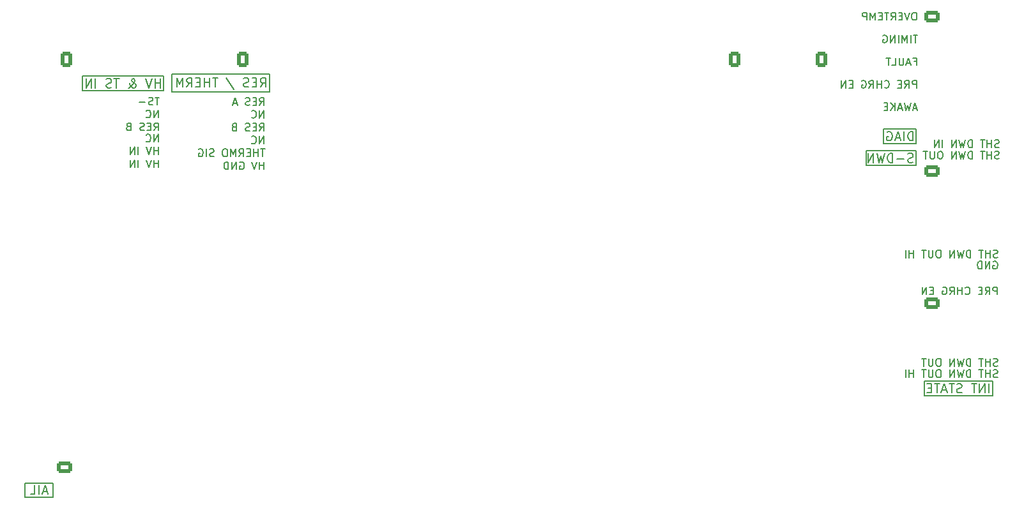
<source format=gbo>
%TF.GenerationSoftware,KiCad,Pcbnew,(6.0.5)*%
%TF.CreationDate,2022-06-14T16:38:24+01:00*%
%TF.ProjectId,precharge,70726563-6861-4726-9765-2e6b69636164,rev?*%
%TF.SameCoordinates,Original*%
%TF.FileFunction,Legend,Bot*%
%TF.FilePolarity,Positive*%
%FSLAX46Y46*%
G04 Gerber Fmt 4.6, Leading zero omitted, Abs format (unit mm)*
G04 Created by KiCad (PCBNEW (6.0.5)) date 2022-06-14 16:38:24*
%MOMM*%
%LPD*%
G01*
G04 APERTURE LIST*
G04 Aperture macros list*
%AMRoundRect*
0 Rectangle with rounded corners*
0 $1 Rounding radius*
0 $2 $3 $4 $5 $6 $7 $8 $9 X,Y pos of 4 corners*
0 Add a 4 corners polygon primitive as box body*
4,1,4,$2,$3,$4,$5,$6,$7,$8,$9,$2,$3,0*
0 Add four circle primitives for the rounded corners*
1,1,$1+$1,$2,$3*
1,1,$1+$1,$4,$5*
1,1,$1+$1,$6,$7*
1,1,$1+$1,$8,$9*
0 Add four rect primitives between the rounded corners*
20,1,$1+$1,$2,$3,$4,$5,0*
20,1,$1+$1,$4,$5,$6,$7,0*
20,1,$1+$1,$6,$7,$8,$9,0*
20,1,$1+$1,$8,$9,$2,$3,0*%
G04 Aperture macros list end*
%ADD10C,0.150000*%
%ADD11C,0.200000*%
%ADD12C,1.700000*%
%ADD13O,1.500000X2.020000*%
%ADD14RoundRect,0.250001X-0.499999X-0.759999X0.499999X-0.759999X0.499999X0.759999X-0.499999X0.759999X0*%
%ADD15C,3.000000*%
%ADD16O,2.020000X1.500000*%
%ADD17RoundRect,0.250001X-0.759999X0.499999X-0.759999X-0.499999X0.759999X-0.499999X0.759999X0.499999X0*%
%ADD18R,1.600000X1.600000*%
%ADD19C,1.600000*%
%ADD20R,2.300000X2.300000*%
%ADD21C,2.500000*%
%ADD22C,2.300000*%
%ADD23C,2.800000*%
%ADD24C,3.200000*%
%ADD25RoundRect,0.250001X0.759999X-0.499999X0.759999X0.499999X-0.759999X0.499999X-0.759999X-0.499999X0*%
%ADD26O,1.600000X1.600000*%
G04 APERTURE END LIST*
D10*
X131900000Y-89900000D02*
X142700000Y-89900000D01*
X142700000Y-89900000D02*
X142700000Y-88000000D01*
X142700000Y-88000000D02*
X131900000Y-88000000D01*
X131900000Y-88000000D02*
X131900000Y-89900000D01*
X143800000Y-90100000D02*
X156700000Y-90100000D01*
X156700000Y-90100000D02*
X156700000Y-87700000D01*
X156700000Y-87700000D02*
X143800000Y-87700000D01*
X143800000Y-87700000D02*
X143800000Y-90100000D01*
X238100000Y-96900000D02*
X242400000Y-96900000D01*
X242400000Y-96900000D02*
X242400000Y-95000000D01*
X242400000Y-95000000D02*
X238100000Y-95000000D01*
X238100000Y-95000000D02*
X238100000Y-96900000D01*
X243500000Y-130350000D02*
X252600000Y-130350000D01*
X252600000Y-130350000D02*
X252600000Y-128450000D01*
X252600000Y-128450000D02*
X243500000Y-128450000D01*
X243500000Y-128450000D02*
X243500000Y-130350000D01*
X235800000Y-99800000D02*
X242400000Y-99800000D01*
X242400000Y-99800000D02*
X242400000Y-97900000D01*
X242400000Y-97900000D02*
X235800000Y-97900000D01*
X235800000Y-97900000D02*
X235800000Y-99800000D01*
X124300000Y-143850000D02*
X128000000Y-143850000D01*
X128000000Y-143850000D02*
X128000000Y-141950000D01*
X128000000Y-141950000D02*
X124300000Y-141950000D01*
X124300000Y-141950000D02*
X124300000Y-143850000D01*
X156107261Y-97652380D02*
X155535833Y-97652380D01*
X155821547Y-98652380D02*
X155821547Y-97652380D01*
X155202500Y-98652380D02*
X155202500Y-97652380D01*
X155202500Y-98128571D02*
X154631071Y-98128571D01*
X154631071Y-98652380D02*
X154631071Y-97652380D01*
X154154880Y-98128571D02*
X153821547Y-98128571D01*
X153678690Y-98652380D02*
X154154880Y-98652380D01*
X154154880Y-97652380D01*
X153678690Y-97652380D01*
X152678690Y-98652380D02*
X153012023Y-98176190D01*
X153250119Y-98652380D02*
X153250119Y-97652380D01*
X152869166Y-97652380D01*
X152773928Y-97700000D01*
X152726309Y-97747619D01*
X152678690Y-97842857D01*
X152678690Y-97985714D01*
X152726309Y-98080952D01*
X152773928Y-98128571D01*
X152869166Y-98176190D01*
X153250119Y-98176190D01*
X152250119Y-98652380D02*
X152250119Y-97652380D01*
X151916785Y-98366666D01*
X151583452Y-97652380D01*
X151583452Y-98652380D01*
X150916785Y-97652380D02*
X150726309Y-97652380D01*
X150631071Y-97700000D01*
X150535833Y-97795238D01*
X150488214Y-97985714D01*
X150488214Y-98319047D01*
X150535833Y-98509523D01*
X150631071Y-98604761D01*
X150726309Y-98652380D01*
X150916785Y-98652380D01*
X151012023Y-98604761D01*
X151107261Y-98509523D01*
X151154880Y-98319047D01*
X151154880Y-97985714D01*
X151107261Y-97795238D01*
X151012023Y-97700000D01*
X150916785Y-97652380D01*
X149345357Y-98604761D02*
X149202500Y-98652380D01*
X148964404Y-98652380D01*
X148869166Y-98604761D01*
X148821547Y-98557142D01*
X148773928Y-98461904D01*
X148773928Y-98366666D01*
X148821547Y-98271428D01*
X148869166Y-98223809D01*
X148964404Y-98176190D01*
X149154880Y-98128571D01*
X149250119Y-98080952D01*
X149297738Y-98033333D01*
X149345357Y-97938095D01*
X149345357Y-97842857D01*
X149297738Y-97747619D01*
X149250119Y-97700000D01*
X149154880Y-97652380D01*
X148916785Y-97652380D01*
X148773928Y-97700000D01*
X148345357Y-98652380D02*
X148345357Y-97652380D01*
X147345357Y-97700000D02*
X147440595Y-97652380D01*
X147583452Y-97652380D01*
X147726309Y-97700000D01*
X147821547Y-97795238D01*
X147869166Y-97890476D01*
X147916785Y-98080952D01*
X147916785Y-98223809D01*
X147869166Y-98414285D01*
X147821547Y-98509523D01*
X147726309Y-98604761D01*
X147583452Y-98652380D01*
X147488214Y-98652380D01*
X147345357Y-98604761D01*
X147297738Y-98557142D01*
X147297738Y-98223809D01*
X147488214Y-98223809D01*
X242273928Y-79552380D02*
X242083452Y-79552380D01*
X241988214Y-79600000D01*
X241892976Y-79695238D01*
X241845357Y-79885714D01*
X241845357Y-80219047D01*
X241892976Y-80409523D01*
X241988214Y-80504761D01*
X242083452Y-80552380D01*
X242273928Y-80552380D01*
X242369166Y-80504761D01*
X242464404Y-80409523D01*
X242512023Y-80219047D01*
X242512023Y-79885714D01*
X242464404Y-79695238D01*
X242369166Y-79600000D01*
X242273928Y-79552380D01*
X241559642Y-79552380D02*
X241226309Y-80552380D01*
X240892976Y-79552380D01*
X240559642Y-80028571D02*
X240226309Y-80028571D01*
X240083452Y-80552380D02*
X240559642Y-80552380D01*
X240559642Y-79552380D01*
X240083452Y-79552380D01*
X239083452Y-80552380D02*
X239416785Y-80076190D01*
X239654880Y-80552380D02*
X239654880Y-79552380D01*
X239273928Y-79552380D01*
X239178690Y-79600000D01*
X239131071Y-79647619D01*
X239083452Y-79742857D01*
X239083452Y-79885714D01*
X239131071Y-79980952D01*
X239178690Y-80028571D01*
X239273928Y-80076190D01*
X239654880Y-80076190D01*
X238797738Y-79552380D02*
X238226309Y-79552380D01*
X238512023Y-80552380D02*
X238512023Y-79552380D01*
X237892976Y-80028571D02*
X237559642Y-80028571D01*
X237416785Y-80552380D02*
X237892976Y-80552380D01*
X237892976Y-79552380D01*
X237416785Y-79552380D01*
X236988214Y-80552380D02*
X236988214Y-79552380D01*
X236654880Y-80266666D01*
X236321547Y-79552380D01*
X236321547Y-80552380D01*
X235845357Y-80552380D02*
X235845357Y-79552380D01*
X235464404Y-79552380D01*
X235369166Y-79600000D01*
X235321547Y-79647619D01*
X235273928Y-79742857D01*
X235273928Y-79885714D01*
X235321547Y-79980952D01*
X235369166Y-80028571D01*
X235464404Y-80076190D01*
X235845357Y-80076190D01*
X252640595Y-112600000D02*
X252735833Y-112552380D01*
X252878690Y-112552380D01*
X253021547Y-112600000D01*
X253116785Y-112695238D01*
X253164404Y-112790476D01*
X253212023Y-112980952D01*
X253212023Y-113123809D01*
X253164404Y-113314285D01*
X253116785Y-113409523D01*
X253021547Y-113504761D01*
X252878690Y-113552380D01*
X252783452Y-113552380D01*
X252640595Y-113504761D01*
X252592976Y-113457142D01*
X252592976Y-113123809D01*
X252783452Y-113123809D01*
X252164404Y-113552380D02*
X252164404Y-112552380D01*
X251592976Y-113552380D01*
X251592976Y-112552380D01*
X251116785Y-113552380D02*
X251116785Y-112552380D01*
X250878690Y-112552380D01*
X250735833Y-112600000D01*
X250640595Y-112695238D01*
X250592976Y-112790476D01*
X250545357Y-112980952D01*
X250545357Y-113123809D01*
X250592976Y-113314285D01*
X250640595Y-113409523D01*
X250735833Y-113504761D01*
X250878690Y-113552380D01*
X251116785Y-113552380D01*
X141964404Y-100102380D02*
X141964404Y-99102380D01*
X141964404Y-99578571D02*
X141392976Y-99578571D01*
X141392976Y-100102380D02*
X141392976Y-99102380D01*
X141059642Y-99102380D02*
X140726309Y-100102380D01*
X140392976Y-99102380D01*
X139297738Y-100102380D02*
X139297738Y-99102380D01*
X138821547Y-100102380D02*
X138821547Y-99102380D01*
X138250119Y-100102380D01*
X138250119Y-99102380D01*
X253212023Y-127904761D02*
X253069166Y-127952380D01*
X252831071Y-127952380D01*
X252735833Y-127904761D01*
X252688214Y-127857142D01*
X252640595Y-127761904D01*
X252640595Y-127666666D01*
X252688214Y-127571428D01*
X252735833Y-127523809D01*
X252831071Y-127476190D01*
X253021547Y-127428571D01*
X253116785Y-127380952D01*
X253164404Y-127333333D01*
X253212023Y-127238095D01*
X253212023Y-127142857D01*
X253164404Y-127047619D01*
X253116785Y-127000000D01*
X253021547Y-126952380D01*
X252783452Y-126952380D01*
X252640595Y-127000000D01*
X252212023Y-127952380D02*
X252212023Y-126952380D01*
X252212023Y-127428571D02*
X251640595Y-127428571D01*
X251640595Y-127952380D02*
X251640595Y-126952380D01*
X251307261Y-126952380D02*
X250735833Y-126952380D01*
X251021547Y-127952380D02*
X251021547Y-126952380D01*
X249640595Y-127952380D02*
X249640595Y-126952380D01*
X249402500Y-126952380D01*
X249259642Y-127000000D01*
X249164404Y-127095238D01*
X249116785Y-127190476D01*
X249069166Y-127380952D01*
X249069166Y-127523809D01*
X249116785Y-127714285D01*
X249164404Y-127809523D01*
X249259642Y-127904761D01*
X249402500Y-127952380D01*
X249640595Y-127952380D01*
X248735833Y-126952380D02*
X248497738Y-127952380D01*
X248307261Y-127238095D01*
X248116785Y-127952380D01*
X247878690Y-126952380D01*
X247497738Y-127952380D02*
X247497738Y-126952380D01*
X246926309Y-127952380D01*
X246926309Y-126952380D01*
X245497738Y-126952380D02*
X245307261Y-126952380D01*
X245212023Y-127000000D01*
X245116785Y-127095238D01*
X245069166Y-127285714D01*
X245069166Y-127619047D01*
X245116785Y-127809523D01*
X245212023Y-127904761D01*
X245307261Y-127952380D01*
X245497738Y-127952380D01*
X245592976Y-127904761D01*
X245688214Y-127809523D01*
X245735833Y-127619047D01*
X245735833Y-127285714D01*
X245688214Y-127095238D01*
X245592976Y-127000000D01*
X245497738Y-126952380D01*
X244640595Y-126952380D02*
X244640595Y-127761904D01*
X244592976Y-127857142D01*
X244545357Y-127904761D01*
X244450119Y-127952380D01*
X244259642Y-127952380D01*
X244164404Y-127904761D01*
X244116785Y-127857142D01*
X244069166Y-127761904D01*
X244069166Y-126952380D01*
X243735833Y-126952380D02*
X243164404Y-126952380D01*
X243450119Y-127952380D02*
X243450119Y-126952380D01*
X242069166Y-127952380D02*
X242069166Y-126952380D01*
X242069166Y-127428571D02*
X241497738Y-127428571D01*
X241497738Y-127952380D02*
X241497738Y-126952380D01*
X241021547Y-127952380D02*
X241021547Y-126952380D01*
X155964404Y-96952380D02*
X155964404Y-95952380D01*
X155392976Y-96952380D01*
X155392976Y-95952380D01*
X154345357Y-96857142D02*
X154392976Y-96904761D01*
X154535833Y-96952380D01*
X154631071Y-96952380D01*
X154773928Y-96904761D01*
X154869166Y-96809523D01*
X154916785Y-96714285D01*
X154964404Y-96523809D01*
X154964404Y-96380952D01*
X154916785Y-96190476D01*
X154869166Y-96095238D01*
X154773928Y-96000000D01*
X154631071Y-95952380D01*
X154535833Y-95952380D01*
X154392976Y-96000000D01*
X154345357Y-96047619D01*
X242512023Y-92266666D02*
X242035833Y-92266666D01*
X242607261Y-92552380D02*
X242273928Y-91552380D01*
X241940595Y-92552380D01*
X241702500Y-91552380D02*
X241464404Y-92552380D01*
X241273928Y-91838095D01*
X241083452Y-92552380D01*
X240845357Y-91552380D01*
X240512023Y-92266666D02*
X240035833Y-92266666D01*
X240607261Y-92552380D02*
X240273928Y-91552380D01*
X239940595Y-92552380D01*
X239607261Y-92552380D02*
X239607261Y-91552380D01*
X239035833Y-92552380D02*
X239464404Y-91980952D01*
X239035833Y-91552380D02*
X239607261Y-92123809D01*
X238607261Y-92028571D02*
X238273928Y-92028571D01*
X238131071Y-92552380D02*
X238607261Y-92552380D01*
X238607261Y-91552380D01*
X238131071Y-91552380D01*
X253412023Y-98904761D02*
X253269166Y-98952380D01*
X253031071Y-98952380D01*
X252935833Y-98904761D01*
X252888214Y-98857142D01*
X252840595Y-98761904D01*
X252840595Y-98666666D01*
X252888214Y-98571428D01*
X252935833Y-98523809D01*
X253031071Y-98476190D01*
X253221547Y-98428571D01*
X253316785Y-98380952D01*
X253364404Y-98333333D01*
X253412023Y-98238095D01*
X253412023Y-98142857D01*
X253364404Y-98047619D01*
X253316785Y-98000000D01*
X253221547Y-97952380D01*
X252983452Y-97952380D01*
X252840595Y-98000000D01*
X252412023Y-98952380D02*
X252412023Y-97952380D01*
X252412023Y-98428571D02*
X251840595Y-98428571D01*
X251840595Y-98952380D02*
X251840595Y-97952380D01*
X251507261Y-97952380D02*
X250935833Y-97952380D01*
X251221547Y-98952380D02*
X251221547Y-97952380D01*
X249840595Y-98952380D02*
X249840595Y-97952380D01*
X249602500Y-97952380D01*
X249459642Y-98000000D01*
X249364404Y-98095238D01*
X249316785Y-98190476D01*
X249269166Y-98380952D01*
X249269166Y-98523809D01*
X249316785Y-98714285D01*
X249364404Y-98809523D01*
X249459642Y-98904761D01*
X249602500Y-98952380D01*
X249840595Y-98952380D01*
X248935833Y-97952380D02*
X248697738Y-98952380D01*
X248507261Y-98238095D01*
X248316785Y-98952380D01*
X248078690Y-97952380D01*
X247697738Y-98952380D02*
X247697738Y-97952380D01*
X247126309Y-98952380D01*
X247126309Y-97952380D01*
X245697738Y-97952380D02*
X245507261Y-97952380D01*
X245412023Y-98000000D01*
X245316785Y-98095238D01*
X245269166Y-98285714D01*
X245269166Y-98619047D01*
X245316785Y-98809523D01*
X245412023Y-98904761D01*
X245507261Y-98952380D01*
X245697738Y-98952380D01*
X245792976Y-98904761D01*
X245888214Y-98809523D01*
X245935833Y-98619047D01*
X245935833Y-98285714D01*
X245888214Y-98095238D01*
X245792976Y-98000000D01*
X245697738Y-97952380D01*
X244840595Y-97952380D02*
X244840595Y-98761904D01*
X244792976Y-98857142D01*
X244745357Y-98904761D01*
X244650119Y-98952380D01*
X244459642Y-98952380D01*
X244364404Y-98904761D01*
X244316785Y-98857142D01*
X244269166Y-98761904D01*
X244269166Y-97952380D01*
X243935833Y-97952380D02*
X243364404Y-97952380D01*
X243650119Y-98952380D02*
X243650119Y-97952380D01*
X141964404Y-96702380D02*
X141964404Y-95702380D01*
X141392976Y-96702380D01*
X141392976Y-95702380D01*
X140345357Y-96607142D02*
X140392976Y-96654761D01*
X140535833Y-96702380D01*
X140631071Y-96702380D01*
X140773928Y-96654761D01*
X140869166Y-96559523D01*
X140916785Y-96464285D01*
X140964404Y-96273809D01*
X140964404Y-96130952D01*
X140916785Y-95940476D01*
X140869166Y-95845238D01*
X140773928Y-95750000D01*
X140631071Y-95702380D01*
X140535833Y-95702380D01*
X140392976Y-95750000D01*
X140345357Y-95797619D01*
D11*
X252085714Y-129992857D02*
X252085714Y-128792857D01*
X251514285Y-129992857D02*
X251514285Y-128792857D01*
X250828571Y-129992857D01*
X250828571Y-128792857D01*
X250428571Y-128792857D02*
X249742857Y-128792857D01*
X250085714Y-129992857D02*
X250085714Y-128792857D01*
X248485714Y-129935714D02*
X248314285Y-129992857D01*
X248028571Y-129992857D01*
X247914285Y-129935714D01*
X247857142Y-129878571D01*
X247800000Y-129764285D01*
X247800000Y-129650000D01*
X247857142Y-129535714D01*
X247914285Y-129478571D01*
X248028571Y-129421428D01*
X248257142Y-129364285D01*
X248371428Y-129307142D01*
X248428571Y-129250000D01*
X248485714Y-129135714D01*
X248485714Y-129021428D01*
X248428571Y-128907142D01*
X248371428Y-128850000D01*
X248257142Y-128792857D01*
X247971428Y-128792857D01*
X247800000Y-128850000D01*
X247457142Y-128792857D02*
X246771428Y-128792857D01*
X247114285Y-129992857D02*
X247114285Y-128792857D01*
X246428571Y-129650000D02*
X245857142Y-129650000D01*
X246542857Y-129992857D02*
X246142857Y-128792857D01*
X245742857Y-129992857D01*
X245514285Y-128792857D02*
X244828571Y-128792857D01*
X245171428Y-129992857D02*
X245171428Y-128792857D01*
X244428571Y-129364285D02*
X244028571Y-129364285D01*
X243857142Y-129992857D02*
X244428571Y-129992857D01*
X244428571Y-128792857D01*
X243857142Y-128792857D01*
X142214285Y-89542857D02*
X142214285Y-88342857D01*
X142214285Y-88914285D02*
X141528571Y-88914285D01*
X141528571Y-89542857D02*
X141528571Y-88342857D01*
X141128571Y-88342857D02*
X140728571Y-89542857D01*
X140328571Y-88342857D01*
X138042857Y-89542857D02*
X138100000Y-89542857D01*
X138214285Y-89485714D01*
X138385714Y-89314285D01*
X138671428Y-88971428D01*
X138785714Y-88800000D01*
X138842857Y-88628571D01*
X138842857Y-88514285D01*
X138785714Y-88400000D01*
X138671428Y-88342857D01*
X138614285Y-88342857D01*
X138500000Y-88400000D01*
X138442857Y-88514285D01*
X138442857Y-88571428D01*
X138500000Y-88685714D01*
X138557142Y-88742857D01*
X138900000Y-88971428D01*
X138957142Y-89028571D01*
X139014285Y-89142857D01*
X139014285Y-89314285D01*
X138957142Y-89428571D01*
X138900000Y-89485714D01*
X138785714Y-89542857D01*
X138614285Y-89542857D01*
X138500000Y-89485714D01*
X138442857Y-89428571D01*
X138271428Y-89200000D01*
X138214285Y-89028571D01*
X138214285Y-88914285D01*
X136785714Y-88342857D02*
X136100000Y-88342857D01*
X136442857Y-89542857D02*
X136442857Y-88342857D01*
X135757142Y-89485714D02*
X135585714Y-89542857D01*
X135300000Y-89542857D01*
X135185714Y-89485714D01*
X135128571Y-89428571D01*
X135071428Y-89314285D01*
X135071428Y-89200000D01*
X135128571Y-89085714D01*
X135185714Y-89028571D01*
X135300000Y-88971428D01*
X135528571Y-88914285D01*
X135642857Y-88857142D01*
X135700000Y-88800000D01*
X135757142Y-88685714D01*
X135757142Y-88571428D01*
X135700000Y-88457142D01*
X135642857Y-88400000D01*
X135528571Y-88342857D01*
X135242857Y-88342857D01*
X135071428Y-88400000D01*
X133642857Y-89542857D02*
X133642857Y-88342857D01*
X133071428Y-89542857D02*
X133071428Y-88342857D01*
X132385714Y-89542857D01*
X132385714Y-88342857D01*
D10*
X141964404Y-98402380D02*
X141964404Y-97402380D01*
X141964404Y-97878571D02*
X141392976Y-97878571D01*
X141392976Y-98402380D02*
X141392976Y-97402380D01*
X141059642Y-97402380D02*
X140726309Y-98402380D01*
X140392976Y-97402380D01*
X139297738Y-98402380D02*
X139297738Y-97402380D01*
X138821547Y-98402380D02*
X138821547Y-97402380D01*
X138250119Y-98402380D01*
X138250119Y-97402380D01*
X155392976Y-95252380D02*
X155726309Y-94776190D01*
X155964404Y-95252380D02*
X155964404Y-94252380D01*
X155583452Y-94252380D01*
X155488214Y-94300000D01*
X155440595Y-94347619D01*
X155392976Y-94442857D01*
X155392976Y-94585714D01*
X155440595Y-94680952D01*
X155488214Y-94728571D01*
X155583452Y-94776190D01*
X155964404Y-94776190D01*
X154964404Y-94728571D02*
X154631071Y-94728571D01*
X154488214Y-95252380D02*
X154964404Y-95252380D01*
X154964404Y-94252380D01*
X154488214Y-94252380D01*
X154107261Y-95204761D02*
X153964404Y-95252380D01*
X153726309Y-95252380D01*
X153631071Y-95204761D01*
X153583452Y-95157142D01*
X153535833Y-95061904D01*
X153535833Y-94966666D01*
X153583452Y-94871428D01*
X153631071Y-94823809D01*
X153726309Y-94776190D01*
X153916785Y-94728571D01*
X154012023Y-94680952D01*
X154059642Y-94633333D01*
X154107261Y-94538095D01*
X154107261Y-94442857D01*
X154059642Y-94347619D01*
X154012023Y-94300000D01*
X153916785Y-94252380D01*
X153678690Y-94252380D01*
X153535833Y-94300000D01*
X152012023Y-94728571D02*
X151869166Y-94776190D01*
X151821547Y-94823809D01*
X151773928Y-94919047D01*
X151773928Y-95061904D01*
X151821547Y-95157142D01*
X151869166Y-95204761D01*
X151964404Y-95252380D01*
X152345357Y-95252380D01*
X152345357Y-94252380D01*
X152012023Y-94252380D01*
X151916785Y-94300000D01*
X151869166Y-94347619D01*
X151821547Y-94442857D01*
X151821547Y-94538095D01*
X151869166Y-94633333D01*
X151916785Y-94680952D01*
X152012023Y-94728571D01*
X152345357Y-94728571D01*
X253212023Y-126404761D02*
X253069166Y-126452380D01*
X252831071Y-126452380D01*
X252735833Y-126404761D01*
X252688214Y-126357142D01*
X252640595Y-126261904D01*
X252640595Y-126166666D01*
X252688214Y-126071428D01*
X252735833Y-126023809D01*
X252831071Y-125976190D01*
X253021547Y-125928571D01*
X253116785Y-125880952D01*
X253164404Y-125833333D01*
X253212023Y-125738095D01*
X253212023Y-125642857D01*
X253164404Y-125547619D01*
X253116785Y-125500000D01*
X253021547Y-125452380D01*
X252783452Y-125452380D01*
X252640595Y-125500000D01*
X252212023Y-126452380D02*
X252212023Y-125452380D01*
X252212023Y-125928571D02*
X251640595Y-125928571D01*
X251640595Y-126452380D02*
X251640595Y-125452380D01*
X251307261Y-125452380D02*
X250735833Y-125452380D01*
X251021547Y-126452380D02*
X251021547Y-125452380D01*
X249640595Y-126452380D02*
X249640595Y-125452380D01*
X249402500Y-125452380D01*
X249259642Y-125500000D01*
X249164404Y-125595238D01*
X249116785Y-125690476D01*
X249069166Y-125880952D01*
X249069166Y-126023809D01*
X249116785Y-126214285D01*
X249164404Y-126309523D01*
X249259642Y-126404761D01*
X249402500Y-126452380D01*
X249640595Y-126452380D01*
X248735833Y-125452380D02*
X248497738Y-126452380D01*
X248307261Y-125738095D01*
X248116785Y-126452380D01*
X247878690Y-125452380D01*
X247497738Y-126452380D02*
X247497738Y-125452380D01*
X246926309Y-126452380D01*
X246926309Y-125452380D01*
X245497738Y-125452380D02*
X245307261Y-125452380D01*
X245212023Y-125500000D01*
X245116785Y-125595238D01*
X245069166Y-125785714D01*
X245069166Y-126119047D01*
X245116785Y-126309523D01*
X245212023Y-126404761D01*
X245307261Y-126452380D01*
X245497738Y-126452380D01*
X245592976Y-126404761D01*
X245688214Y-126309523D01*
X245735833Y-126119047D01*
X245735833Y-125785714D01*
X245688214Y-125595238D01*
X245592976Y-125500000D01*
X245497738Y-125452380D01*
X244640595Y-125452380D02*
X244640595Y-126261904D01*
X244592976Y-126357142D01*
X244545357Y-126404761D01*
X244450119Y-126452380D01*
X244259642Y-126452380D01*
X244164404Y-126404761D01*
X244116785Y-126357142D01*
X244069166Y-126261904D01*
X244069166Y-125452380D01*
X243735833Y-125452380D02*
X243164404Y-125452380D01*
X243450119Y-126452380D02*
X243450119Y-125452380D01*
X253412023Y-97404761D02*
X253269166Y-97452380D01*
X253031071Y-97452380D01*
X252935833Y-97404761D01*
X252888214Y-97357142D01*
X252840595Y-97261904D01*
X252840595Y-97166666D01*
X252888214Y-97071428D01*
X252935833Y-97023809D01*
X253031071Y-96976190D01*
X253221547Y-96928571D01*
X253316785Y-96880952D01*
X253364404Y-96833333D01*
X253412023Y-96738095D01*
X253412023Y-96642857D01*
X253364404Y-96547619D01*
X253316785Y-96500000D01*
X253221547Y-96452380D01*
X252983452Y-96452380D01*
X252840595Y-96500000D01*
X252412023Y-97452380D02*
X252412023Y-96452380D01*
X252412023Y-96928571D02*
X251840595Y-96928571D01*
X251840595Y-97452380D02*
X251840595Y-96452380D01*
X251507261Y-96452380D02*
X250935833Y-96452380D01*
X251221547Y-97452380D02*
X251221547Y-96452380D01*
X249840595Y-97452380D02*
X249840595Y-96452380D01*
X249602500Y-96452380D01*
X249459642Y-96500000D01*
X249364404Y-96595238D01*
X249316785Y-96690476D01*
X249269166Y-96880952D01*
X249269166Y-97023809D01*
X249316785Y-97214285D01*
X249364404Y-97309523D01*
X249459642Y-97404761D01*
X249602500Y-97452380D01*
X249840595Y-97452380D01*
X248935833Y-96452380D02*
X248697738Y-97452380D01*
X248507261Y-96738095D01*
X248316785Y-97452380D01*
X248078690Y-96452380D01*
X247697738Y-97452380D02*
X247697738Y-96452380D01*
X247126309Y-97452380D01*
X247126309Y-96452380D01*
X245888214Y-97452380D02*
X245888214Y-96452380D01*
X245412023Y-97452380D02*
X245412023Y-96452380D01*
X244840595Y-97452380D01*
X244840595Y-96452380D01*
X142107261Y-90802380D02*
X141535833Y-90802380D01*
X141821547Y-91802380D02*
X141821547Y-90802380D01*
X141250119Y-91754761D02*
X141107261Y-91802380D01*
X140869166Y-91802380D01*
X140773928Y-91754761D01*
X140726309Y-91707142D01*
X140678690Y-91611904D01*
X140678690Y-91516666D01*
X140726309Y-91421428D01*
X140773928Y-91373809D01*
X140869166Y-91326190D01*
X141059642Y-91278571D01*
X141154880Y-91230952D01*
X141202500Y-91183333D01*
X141250119Y-91088095D01*
X141250119Y-90992857D01*
X141202500Y-90897619D01*
X141154880Y-90850000D01*
X141059642Y-90802380D01*
X140821547Y-90802380D01*
X140678690Y-90850000D01*
X140250119Y-91421428D02*
X139488214Y-91421428D01*
X141392976Y-95202380D02*
X141726309Y-94726190D01*
X141964404Y-95202380D02*
X141964404Y-94202380D01*
X141583452Y-94202380D01*
X141488214Y-94250000D01*
X141440595Y-94297619D01*
X141392976Y-94392857D01*
X141392976Y-94535714D01*
X141440595Y-94630952D01*
X141488214Y-94678571D01*
X141583452Y-94726190D01*
X141964404Y-94726190D01*
X140964404Y-94678571D02*
X140631071Y-94678571D01*
X140488214Y-95202380D02*
X140964404Y-95202380D01*
X140964404Y-94202380D01*
X140488214Y-94202380D01*
X140107261Y-95154761D02*
X139964404Y-95202380D01*
X139726309Y-95202380D01*
X139631071Y-95154761D01*
X139583452Y-95107142D01*
X139535833Y-95011904D01*
X139535833Y-94916666D01*
X139583452Y-94821428D01*
X139631071Y-94773809D01*
X139726309Y-94726190D01*
X139916785Y-94678571D01*
X140012023Y-94630952D01*
X140059642Y-94583333D01*
X140107261Y-94488095D01*
X140107261Y-94392857D01*
X140059642Y-94297619D01*
X140012023Y-94250000D01*
X139916785Y-94202380D01*
X139678690Y-94202380D01*
X139535833Y-94250000D01*
X138012023Y-94678571D02*
X137869166Y-94726190D01*
X137821547Y-94773809D01*
X137773928Y-94869047D01*
X137773928Y-95011904D01*
X137821547Y-95107142D01*
X137869166Y-95154761D01*
X137964404Y-95202380D01*
X138345357Y-95202380D01*
X138345357Y-94202380D01*
X138012023Y-94202380D01*
X137916785Y-94250000D01*
X137869166Y-94297619D01*
X137821547Y-94392857D01*
X137821547Y-94488095D01*
X137869166Y-94583333D01*
X137916785Y-94630952D01*
X138012023Y-94678571D01*
X138345357Y-94678571D01*
X242607261Y-82552380D02*
X242035833Y-82552380D01*
X242321547Y-83552380D02*
X242321547Y-82552380D01*
X241702500Y-83552380D02*
X241702500Y-82552380D01*
X241226309Y-83552380D02*
X241226309Y-82552380D01*
X240892976Y-83266666D01*
X240559642Y-82552380D01*
X240559642Y-83552380D01*
X240083452Y-83552380D02*
X240083452Y-82552380D01*
X239607261Y-83552380D02*
X239607261Y-82552380D01*
X239035833Y-83552380D01*
X239035833Y-82552380D01*
X238035833Y-82600000D02*
X238131071Y-82552380D01*
X238273928Y-82552380D01*
X238416785Y-82600000D01*
X238512023Y-82695238D01*
X238559642Y-82790476D01*
X238607261Y-82980952D01*
X238607261Y-83123809D01*
X238559642Y-83314285D01*
X238512023Y-83409523D01*
X238416785Y-83504761D01*
X238273928Y-83552380D01*
X238178690Y-83552380D01*
X238035833Y-83504761D01*
X237988214Y-83457142D01*
X237988214Y-83123809D01*
X238178690Y-83123809D01*
X242464404Y-89552380D02*
X242464404Y-88552380D01*
X242083452Y-88552380D01*
X241988214Y-88600000D01*
X241940595Y-88647619D01*
X241892976Y-88742857D01*
X241892976Y-88885714D01*
X241940595Y-88980952D01*
X241988214Y-89028571D01*
X242083452Y-89076190D01*
X242464404Y-89076190D01*
X240892976Y-89552380D02*
X241226309Y-89076190D01*
X241464404Y-89552380D02*
X241464404Y-88552380D01*
X241083452Y-88552380D01*
X240988214Y-88600000D01*
X240940595Y-88647619D01*
X240892976Y-88742857D01*
X240892976Y-88885714D01*
X240940595Y-88980952D01*
X240988214Y-89028571D01*
X241083452Y-89076190D01*
X241464404Y-89076190D01*
X240464404Y-89028571D02*
X240131071Y-89028571D01*
X239988214Y-89552380D02*
X240464404Y-89552380D01*
X240464404Y-88552380D01*
X239988214Y-88552380D01*
X238226309Y-89457142D02*
X238273928Y-89504761D01*
X238416785Y-89552380D01*
X238512023Y-89552380D01*
X238654880Y-89504761D01*
X238750119Y-89409523D01*
X238797738Y-89314285D01*
X238845357Y-89123809D01*
X238845357Y-88980952D01*
X238797738Y-88790476D01*
X238750119Y-88695238D01*
X238654880Y-88600000D01*
X238512023Y-88552380D01*
X238416785Y-88552380D01*
X238273928Y-88600000D01*
X238226309Y-88647619D01*
X237797738Y-89552380D02*
X237797738Y-88552380D01*
X237797738Y-89028571D02*
X237226309Y-89028571D01*
X237226309Y-89552380D02*
X237226309Y-88552380D01*
X236178690Y-89552380D02*
X236512023Y-89076190D01*
X236750119Y-89552380D02*
X236750119Y-88552380D01*
X236369166Y-88552380D01*
X236273928Y-88600000D01*
X236226309Y-88647619D01*
X236178690Y-88742857D01*
X236178690Y-88885714D01*
X236226309Y-88980952D01*
X236273928Y-89028571D01*
X236369166Y-89076190D01*
X236750119Y-89076190D01*
X235226309Y-88600000D02*
X235321547Y-88552380D01*
X235464404Y-88552380D01*
X235607261Y-88600000D01*
X235702500Y-88695238D01*
X235750119Y-88790476D01*
X235797738Y-88980952D01*
X235797738Y-89123809D01*
X235750119Y-89314285D01*
X235702500Y-89409523D01*
X235607261Y-89504761D01*
X235464404Y-89552380D01*
X235369166Y-89552380D01*
X235226309Y-89504761D01*
X235178690Y-89457142D01*
X235178690Y-89123809D01*
X235369166Y-89123809D01*
X233988214Y-89028571D02*
X233654880Y-89028571D01*
X233512023Y-89552380D02*
X233988214Y-89552380D01*
X233988214Y-88552380D01*
X233512023Y-88552380D01*
X233083452Y-89552380D02*
X233083452Y-88552380D01*
X232512023Y-89552380D01*
X232512023Y-88552380D01*
X155964404Y-100352380D02*
X155964404Y-99352380D01*
X155964404Y-99828571D02*
X155392976Y-99828571D01*
X155392976Y-100352380D02*
X155392976Y-99352380D01*
X155059642Y-99352380D02*
X154726309Y-100352380D01*
X154392976Y-99352380D01*
X152773928Y-99400000D02*
X152869166Y-99352380D01*
X153012023Y-99352380D01*
X153154880Y-99400000D01*
X153250119Y-99495238D01*
X153297738Y-99590476D01*
X153345357Y-99780952D01*
X153345357Y-99923809D01*
X153297738Y-100114285D01*
X153250119Y-100209523D01*
X153154880Y-100304761D01*
X153012023Y-100352380D01*
X152916785Y-100352380D01*
X152773928Y-100304761D01*
X152726309Y-100257142D01*
X152726309Y-99923809D01*
X152916785Y-99923809D01*
X152297738Y-100352380D02*
X152297738Y-99352380D01*
X151726309Y-100352380D01*
X151726309Y-99352380D01*
X151250119Y-100352380D02*
X151250119Y-99352380D01*
X151012023Y-99352380D01*
X150869166Y-99400000D01*
X150773928Y-99495238D01*
X150726309Y-99590476D01*
X150678690Y-99780952D01*
X150678690Y-99923809D01*
X150726309Y-100114285D01*
X150773928Y-100209523D01*
X150869166Y-100304761D01*
X151012023Y-100352380D01*
X151250119Y-100352380D01*
X155964404Y-93552380D02*
X155964404Y-92552380D01*
X155392976Y-93552380D01*
X155392976Y-92552380D01*
X154345357Y-93457142D02*
X154392976Y-93504761D01*
X154535833Y-93552380D01*
X154631071Y-93552380D01*
X154773928Y-93504761D01*
X154869166Y-93409523D01*
X154916785Y-93314285D01*
X154964404Y-93123809D01*
X154964404Y-92980952D01*
X154916785Y-92790476D01*
X154869166Y-92695238D01*
X154773928Y-92600000D01*
X154631071Y-92552380D01*
X154535833Y-92552380D01*
X154392976Y-92600000D01*
X154345357Y-92647619D01*
X141964404Y-93502380D02*
X141964404Y-92502380D01*
X141392976Y-93502380D01*
X141392976Y-92502380D01*
X140345357Y-93407142D02*
X140392976Y-93454761D01*
X140535833Y-93502380D01*
X140631071Y-93502380D01*
X140773928Y-93454761D01*
X140869166Y-93359523D01*
X140916785Y-93264285D01*
X140964404Y-93073809D01*
X140964404Y-92930952D01*
X140916785Y-92740476D01*
X140869166Y-92645238D01*
X140773928Y-92550000D01*
X140631071Y-92502380D01*
X140535833Y-92502380D01*
X140392976Y-92550000D01*
X140345357Y-92597619D01*
X253164404Y-116952380D02*
X253164404Y-115952380D01*
X252783452Y-115952380D01*
X252688214Y-116000000D01*
X252640595Y-116047619D01*
X252592976Y-116142857D01*
X252592976Y-116285714D01*
X252640595Y-116380952D01*
X252688214Y-116428571D01*
X252783452Y-116476190D01*
X253164404Y-116476190D01*
X251592976Y-116952380D02*
X251926309Y-116476190D01*
X252164404Y-116952380D02*
X252164404Y-115952380D01*
X251783452Y-115952380D01*
X251688214Y-116000000D01*
X251640595Y-116047619D01*
X251592976Y-116142857D01*
X251592976Y-116285714D01*
X251640595Y-116380952D01*
X251688214Y-116428571D01*
X251783452Y-116476190D01*
X252164404Y-116476190D01*
X251164404Y-116428571D02*
X250831071Y-116428571D01*
X250688214Y-116952380D02*
X251164404Y-116952380D01*
X251164404Y-115952380D01*
X250688214Y-115952380D01*
X248926309Y-116857142D02*
X248973928Y-116904761D01*
X249116785Y-116952380D01*
X249212023Y-116952380D01*
X249354880Y-116904761D01*
X249450119Y-116809523D01*
X249497738Y-116714285D01*
X249545357Y-116523809D01*
X249545357Y-116380952D01*
X249497738Y-116190476D01*
X249450119Y-116095238D01*
X249354880Y-116000000D01*
X249212023Y-115952380D01*
X249116785Y-115952380D01*
X248973928Y-116000000D01*
X248926309Y-116047619D01*
X248497738Y-116952380D02*
X248497738Y-115952380D01*
X248497738Y-116428571D02*
X247926309Y-116428571D01*
X247926309Y-116952380D02*
X247926309Y-115952380D01*
X246878690Y-116952380D02*
X247212023Y-116476190D01*
X247450119Y-116952380D02*
X247450119Y-115952380D01*
X247069166Y-115952380D01*
X246973928Y-116000000D01*
X246926309Y-116047619D01*
X246878690Y-116142857D01*
X246878690Y-116285714D01*
X246926309Y-116380952D01*
X246973928Y-116428571D01*
X247069166Y-116476190D01*
X247450119Y-116476190D01*
X245926309Y-116000000D02*
X246021547Y-115952380D01*
X246164404Y-115952380D01*
X246307261Y-116000000D01*
X246402500Y-116095238D01*
X246450119Y-116190476D01*
X246497738Y-116380952D01*
X246497738Y-116523809D01*
X246450119Y-116714285D01*
X246402500Y-116809523D01*
X246307261Y-116904761D01*
X246164404Y-116952380D01*
X246069166Y-116952380D01*
X245926309Y-116904761D01*
X245878690Y-116857142D01*
X245878690Y-116523809D01*
X246069166Y-116523809D01*
X244688214Y-116428571D02*
X244354880Y-116428571D01*
X244212023Y-116952380D02*
X244688214Y-116952380D01*
X244688214Y-115952380D01*
X244212023Y-115952380D01*
X243783452Y-116952380D02*
X243783452Y-115952380D01*
X243212023Y-116952380D01*
X243212023Y-115952380D01*
X242131071Y-86028571D02*
X242464404Y-86028571D01*
X242464404Y-86552380D02*
X242464404Y-85552380D01*
X241988214Y-85552380D01*
X241654880Y-86266666D02*
X241178690Y-86266666D01*
X241750119Y-86552380D02*
X241416785Y-85552380D01*
X241083452Y-86552380D01*
X240750119Y-85552380D02*
X240750119Y-86361904D01*
X240702500Y-86457142D01*
X240654880Y-86504761D01*
X240559642Y-86552380D01*
X240369166Y-86552380D01*
X240273928Y-86504761D01*
X240226309Y-86457142D01*
X240178690Y-86361904D01*
X240178690Y-85552380D01*
X239226309Y-86552380D02*
X239702500Y-86552380D01*
X239702500Y-85552380D01*
X239035833Y-85552380D02*
X238464404Y-85552380D01*
X238750119Y-86552380D02*
X238750119Y-85552380D01*
D11*
X242000000Y-99385714D02*
X241828571Y-99442857D01*
X241542857Y-99442857D01*
X241428571Y-99385714D01*
X241371428Y-99328571D01*
X241314285Y-99214285D01*
X241314285Y-99100000D01*
X241371428Y-98985714D01*
X241428571Y-98928571D01*
X241542857Y-98871428D01*
X241771428Y-98814285D01*
X241885714Y-98757142D01*
X241942857Y-98700000D01*
X242000000Y-98585714D01*
X242000000Y-98471428D01*
X241942857Y-98357142D01*
X241885714Y-98300000D01*
X241771428Y-98242857D01*
X241485714Y-98242857D01*
X241314285Y-98300000D01*
X240800000Y-98985714D02*
X239885714Y-98985714D01*
X239314285Y-99442857D02*
X239314285Y-98242857D01*
X239028571Y-98242857D01*
X238857142Y-98300000D01*
X238742857Y-98414285D01*
X238685714Y-98528571D01*
X238628571Y-98757142D01*
X238628571Y-98928571D01*
X238685714Y-99157142D01*
X238742857Y-99271428D01*
X238857142Y-99385714D01*
X239028571Y-99442857D01*
X239314285Y-99442857D01*
X238228571Y-98242857D02*
X237942857Y-99442857D01*
X237714285Y-98585714D01*
X237485714Y-99442857D01*
X237200000Y-98242857D01*
X236742857Y-99442857D02*
X236742857Y-98242857D01*
X236057142Y-99442857D01*
X236057142Y-98242857D01*
D10*
X253212023Y-112004761D02*
X253069166Y-112052380D01*
X252831071Y-112052380D01*
X252735833Y-112004761D01*
X252688214Y-111957142D01*
X252640595Y-111861904D01*
X252640595Y-111766666D01*
X252688214Y-111671428D01*
X252735833Y-111623809D01*
X252831071Y-111576190D01*
X253021547Y-111528571D01*
X253116785Y-111480952D01*
X253164404Y-111433333D01*
X253212023Y-111338095D01*
X253212023Y-111242857D01*
X253164404Y-111147619D01*
X253116785Y-111100000D01*
X253021547Y-111052380D01*
X252783452Y-111052380D01*
X252640595Y-111100000D01*
X252212023Y-112052380D02*
X252212023Y-111052380D01*
X252212023Y-111528571D02*
X251640595Y-111528571D01*
X251640595Y-112052380D02*
X251640595Y-111052380D01*
X251307261Y-111052380D02*
X250735833Y-111052380D01*
X251021547Y-112052380D02*
X251021547Y-111052380D01*
X249640595Y-112052380D02*
X249640595Y-111052380D01*
X249402500Y-111052380D01*
X249259642Y-111100000D01*
X249164404Y-111195238D01*
X249116785Y-111290476D01*
X249069166Y-111480952D01*
X249069166Y-111623809D01*
X249116785Y-111814285D01*
X249164404Y-111909523D01*
X249259642Y-112004761D01*
X249402500Y-112052380D01*
X249640595Y-112052380D01*
X248735833Y-111052380D02*
X248497738Y-112052380D01*
X248307261Y-111338095D01*
X248116785Y-112052380D01*
X247878690Y-111052380D01*
X247497738Y-112052380D02*
X247497738Y-111052380D01*
X246926309Y-112052380D01*
X246926309Y-111052380D01*
X245497738Y-111052380D02*
X245307261Y-111052380D01*
X245212023Y-111100000D01*
X245116785Y-111195238D01*
X245069166Y-111385714D01*
X245069166Y-111719047D01*
X245116785Y-111909523D01*
X245212023Y-112004761D01*
X245307261Y-112052380D01*
X245497738Y-112052380D01*
X245592976Y-112004761D01*
X245688214Y-111909523D01*
X245735833Y-111719047D01*
X245735833Y-111385714D01*
X245688214Y-111195238D01*
X245592976Y-111100000D01*
X245497738Y-111052380D01*
X244640595Y-111052380D02*
X244640595Y-111861904D01*
X244592976Y-111957142D01*
X244545357Y-112004761D01*
X244450119Y-112052380D01*
X244259642Y-112052380D01*
X244164404Y-112004761D01*
X244116785Y-111957142D01*
X244069166Y-111861904D01*
X244069166Y-111052380D01*
X243735833Y-111052380D02*
X243164404Y-111052380D01*
X243450119Y-112052380D02*
X243450119Y-111052380D01*
X242069166Y-112052380D02*
X242069166Y-111052380D01*
X242069166Y-111528571D02*
X241497738Y-111528571D01*
X241497738Y-112052380D02*
X241497738Y-111052380D01*
X241021547Y-112052380D02*
X241021547Y-111052380D01*
D11*
X155500000Y-89442857D02*
X155900000Y-88871428D01*
X156185714Y-89442857D02*
X156185714Y-88242857D01*
X155728571Y-88242857D01*
X155614285Y-88300000D01*
X155557142Y-88357142D01*
X155500000Y-88471428D01*
X155500000Y-88642857D01*
X155557142Y-88757142D01*
X155614285Y-88814285D01*
X155728571Y-88871428D01*
X156185714Y-88871428D01*
X154985714Y-88814285D02*
X154585714Y-88814285D01*
X154414285Y-89442857D02*
X154985714Y-89442857D01*
X154985714Y-88242857D01*
X154414285Y-88242857D01*
X153957142Y-89385714D02*
X153785714Y-89442857D01*
X153500000Y-89442857D01*
X153385714Y-89385714D01*
X153328571Y-89328571D01*
X153271428Y-89214285D01*
X153271428Y-89100000D01*
X153328571Y-88985714D01*
X153385714Y-88928571D01*
X153500000Y-88871428D01*
X153728571Y-88814285D01*
X153842857Y-88757142D01*
X153900000Y-88700000D01*
X153957142Y-88585714D01*
X153957142Y-88471428D01*
X153900000Y-88357142D01*
X153842857Y-88300000D01*
X153728571Y-88242857D01*
X153442857Y-88242857D01*
X153271428Y-88300000D01*
X150985714Y-88185714D02*
X152014285Y-89728571D01*
X149842857Y-88242857D02*
X149157142Y-88242857D01*
X149500000Y-89442857D02*
X149500000Y-88242857D01*
X148757142Y-89442857D02*
X148757142Y-88242857D01*
X148757142Y-88814285D02*
X148071428Y-88814285D01*
X148071428Y-89442857D02*
X148071428Y-88242857D01*
X147500000Y-88814285D02*
X147100000Y-88814285D01*
X146928571Y-89442857D02*
X147500000Y-89442857D01*
X147500000Y-88242857D01*
X146928571Y-88242857D01*
X145728571Y-89442857D02*
X146128571Y-88871428D01*
X146414285Y-89442857D02*
X146414285Y-88242857D01*
X145957142Y-88242857D01*
X145842857Y-88300000D01*
X145785714Y-88357142D01*
X145728571Y-88471428D01*
X145728571Y-88642857D01*
X145785714Y-88757142D01*
X145842857Y-88814285D01*
X145957142Y-88871428D01*
X146414285Y-88871428D01*
X145214285Y-89442857D02*
X145214285Y-88242857D01*
X144814285Y-89100000D01*
X144414285Y-88242857D01*
X144414285Y-89442857D01*
X242014285Y-96542857D02*
X242014285Y-95342857D01*
X241728571Y-95342857D01*
X241557142Y-95400000D01*
X241442857Y-95514285D01*
X241385714Y-95628571D01*
X241328571Y-95857142D01*
X241328571Y-96028571D01*
X241385714Y-96257142D01*
X241442857Y-96371428D01*
X241557142Y-96485714D01*
X241728571Y-96542857D01*
X242014285Y-96542857D01*
X240814285Y-96542857D02*
X240814285Y-95342857D01*
X240300000Y-96200000D02*
X239728571Y-96200000D01*
X240414285Y-96542857D02*
X240014285Y-95342857D01*
X239614285Y-96542857D01*
X238585714Y-95400000D02*
X238700000Y-95342857D01*
X238871428Y-95342857D01*
X239042857Y-95400000D01*
X239157142Y-95514285D01*
X239214285Y-95628571D01*
X239271428Y-95857142D01*
X239271428Y-96028571D01*
X239214285Y-96257142D01*
X239157142Y-96371428D01*
X239042857Y-96485714D01*
X238871428Y-96542857D01*
X238757142Y-96542857D01*
X238585714Y-96485714D01*
X238528571Y-96428571D01*
X238528571Y-96028571D01*
X238757142Y-96028571D01*
D10*
X155392976Y-91852380D02*
X155726309Y-91376190D01*
X155964404Y-91852380D02*
X155964404Y-90852380D01*
X155583452Y-90852380D01*
X155488214Y-90900000D01*
X155440595Y-90947619D01*
X155392976Y-91042857D01*
X155392976Y-91185714D01*
X155440595Y-91280952D01*
X155488214Y-91328571D01*
X155583452Y-91376190D01*
X155964404Y-91376190D01*
X154964404Y-91328571D02*
X154631071Y-91328571D01*
X154488214Y-91852380D02*
X154964404Y-91852380D01*
X154964404Y-90852380D01*
X154488214Y-90852380D01*
X154107261Y-91804761D02*
X153964404Y-91852380D01*
X153726309Y-91852380D01*
X153631071Y-91804761D01*
X153583452Y-91757142D01*
X153535833Y-91661904D01*
X153535833Y-91566666D01*
X153583452Y-91471428D01*
X153631071Y-91423809D01*
X153726309Y-91376190D01*
X153916785Y-91328571D01*
X154012023Y-91280952D01*
X154059642Y-91233333D01*
X154107261Y-91138095D01*
X154107261Y-91042857D01*
X154059642Y-90947619D01*
X154012023Y-90900000D01*
X153916785Y-90852380D01*
X153678690Y-90852380D01*
X153535833Y-90900000D01*
X152392976Y-91566666D02*
X151916785Y-91566666D01*
X152488214Y-91852380D02*
X152154880Y-90852380D01*
X151821547Y-91852380D01*
D11*
X127257142Y-143100000D02*
X126685714Y-143100000D01*
X127371428Y-143442857D02*
X126971428Y-142242857D01*
X126571428Y-143442857D01*
X126171428Y-143442857D02*
X126171428Y-142242857D01*
X125028571Y-143442857D02*
X125600000Y-143442857D01*
X125600000Y-142242857D01*
%LPC*%
D12*
X192420000Y-84650000D03*
X189880000Y-84650000D03*
X182260000Y-84650000D03*
X177180000Y-84650000D03*
D13*
X232875000Y-85800000D03*
D14*
X229875000Y-85800000D03*
D15*
X231375000Y-81480000D03*
D16*
X244530000Y-92100000D03*
X244530000Y-89100000D03*
X244530000Y-86100000D03*
X244530000Y-83100000D03*
D17*
X244530000Y-80100000D03*
D15*
X248850000Y-89950000D03*
X248850000Y-82250000D03*
D18*
X166400000Y-93147349D03*
D19*
X166400000Y-96647349D03*
D18*
X219900000Y-113000000D03*
D19*
X219900000Y-111000000D03*
D18*
X239000000Y-111300000D03*
D19*
X239000000Y-113800000D03*
D20*
X225400000Y-100625000D03*
D21*
X225400000Y-110825000D03*
X225400000Y-118525000D03*
D22*
X233000000Y-100625000D03*
D23*
X124300000Y-127385000D03*
X124300000Y-119785000D03*
X124300000Y-100085000D03*
X124300000Y-92485000D03*
D16*
X244530000Y-109600000D03*
X244530000Y-106600000D03*
X244530000Y-103600000D03*
D17*
X244530000Y-100600000D03*
D15*
X248850000Y-102750000D03*
X248850000Y-107450000D03*
D20*
X201025000Y-125000000D03*
D21*
X211225000Y-125000000D03*
X218925000Y-125000000D03*
D22*
X201025000Y-117400000D03*
D18*
X198517621Y-92400000D03*
D19*
X201017621Y-92400000D03*
D18*
X145462500Y-122944888D03*
D19*
X145462500Y-124944888D03*
D18*
X166244888Y-119200000D03*
D19*
X168244888Y-119200000D03*
D24*
X173100000Y-127000000D03*
X238400000Y-127000000D03*
X200500000Y-81200000D03*
D13*
X221375000Y-85800000D03*
D14*
X218375000Y-85800000D03*
D15*
X219875000Y-81480000D03*
D16*
X129545000Y-136825000D03*
D25*
X129545000Y-139825000D03*
D15*
X125225000Y-138325000D03*
D18*
X179450000Y-105725000D03*
D26*
X179450000Y-108265000D03*
X189610000Y-108265000D03*
X189610000Y-105725000D03*
D13*
X168200000Y-85770000D03*
X165200000Y-85770000D03*
X162200000Y-85770000D03*
X159200000Y-85770000D03*
X156200000Y-85770000D03*
D14*
X153200000Y-85770000D03*
D15*
X155350000Y-81450000D03*
X166050000Y-81450000D03*
D16*
X244530000Y-124100000D03*
X244530000Y-121100000D03*
D17*
X244530000Y-118100000D03*
D15*
X248850000Y-121100000D03*
D18*
X179450000Y-96925000D03*
D26*
X179450000Y-99465000D03*
X189610000Y-99465000D03*
X189610000Y-96925000D03*
D18*
X179450000Y-114525000D03*
D26*
X179450000Y-117065000D03*
X189610000Y-117065000D03*
X189610000Y-114525000D03*
D13*
X144800000Y-85770000D03*
X141800000Y-85770000D03*
X138800000Y-85770000D03*
X135800000Y-85770000D03*
X132800000Y-85770000D03*
D14*
X129800000Y-85770000D03*
D15*
X131950000Y-81450000D03*
X142650000Y-81450000D03*
M02*

</source>
